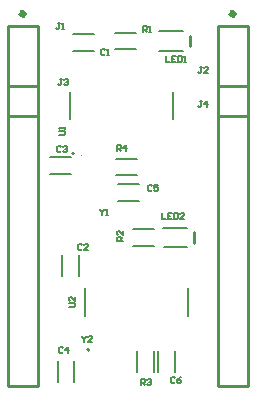
<source format=gto>
G04*
G04 #@! TF.GenerationSoftware,Altium Limited,Altium Designer,22.9.1 (49)*
G04*
G04 Layer_Color=65535*
%FSLAX44Y44*%
%MOMM*%
G71*
G04*
G04 #@! TF.SameCoordinates,E5F82799-094A-4641-A06E-9C292172CD6F*
G04*
G04*
G04 #@! TF.FilePolarity,Positive*
G04*
G01*
G75*
%ADD10C,0.2000*%
%ADD11C,0.1000*%
%ADD12C,0.5080*%
%ADD13C,0.1524*%
%ADD14C,0.1270*%
%ADD15C,0.2540*%
D10*
X73030Y35700D02*
G03*
X73030Y35700I-1000J0D01*
G01*
X60330Y202070D02*
G03*
X60330Y202070I-1000J0D01*
G01*
D11*
X66540Y200660D02*
G03*
X66540Y200660I-500J0D01*
G01*
X67379Y11049D02*
G03*
X67379Y11049I-500J0D01*
G01*
D12*
X17780Y320040D02*
G03*
X17780Y320040I-1270J0D01*
G01*
X195580D02*
G03*
X195580Y320040I-1270J0D01*
G01*
D13*
X64008Y98298D02*
Y116078D01*
X50292Y98298D02*
Y116078D01*
X58928Y289052D02*
X76708D01*
X58928Y302768D02*
X76708D01*
X131572Y16938D02*
Y34718D01*
X145288Y16938D02*
Y34718D01*
X127508Y17098D02*
Y34878D01*
X113792Y17098D02*
Y34878D01*
X109728Y123952D02*
X127508D01*
X109728Y137668D02*
X127508D01*
X97282Y162052D02*
X115062D01*
X97282Y175768D02*
X115062D01*
X39878Y198628D02*
X57658D01*
X39878Y184912D02*
X57658D01*
X132334Y288798D02*
X152400D01*
X132080Y305562D02*
X152146D01*
X94408Y290322D02*
X112188D01*
X94408Y304038D02*
X112188D01*
X135770Y139192D02*
X155836D01*
X136024Y122428D02*
X156090D01*
X46482Y8382D02*
Y26162D01*
X60198Y8382D02*
Y26162D01*
X95838Y197358D02*
X113618D01*
X95838Y183642D02*
X113618D01*
D14*
X156280Y64500D02*
Y87900D01*
X69780Y64500D02*
Y87900D01*
X143580Y230870D02*
Y254270D01*
X57080Y230870D02*
Y254270D01*
X66464Y124883D02*
X65617Y125729D01*
X63924D01*
X63078Y124883D01*
Y121497D01*
X63924Y120651D01*
X65617D01*
X66464Y121497D01*
X71542Y120651D02*
X68156D01*
X71542Y124036D01*
Y124883D01*
X70696Y125729D01*
X69003D01*
X68156Y124883D01*
X86360Y289983D02*
X85514Y290829D01*
X83821D01*
X82974Y289983D01*
Y286597D01*
X83821Y285751D01*
X85514D01*
X86360Y286597D01*
X88053Y285751D02*
X89746D01*
X88899D01*
Y290829D01*
X88053Y289983D01*
X168064Y246379D02*
X166371D01*
X167217D01*
Y242147D01*
X166371Y241301D01*
X165525D01*
X164678Y242147D01*
X172296Y241301D02*
Y246379D01*
X169756Y243840D01*
X173142D01*
X49954Y265429D02*
X48261D01*
X49107D01*
Y261197D01*
X48261Y260351D01*
X47414D01*
X46568Y261197D01*
X51646Y264583D02*
X52493Y265429D01*
X54186D01*
X55032Y264583D01*
Y263736D01*
X54186Y262890D01*
X53339D01*
X54186D01*
X55032Y262044D01*
Y261197D01*
X54186Y260351D01*
X52493D01*
X51646Y261197D01*
X168064Y275589D02*
X166371D01*
X167217D01*
Y271357D01*
X166371Y270511D01*
X165525D01*
X164678Y271357D01*
X173142Y270511D02*
X169756D01*
X173142Y273896D01*
Y274743D01*
X172296Y275589D01*
X170603D01*
X169756Y274743D01*
X48260Y312419D02*
X46567D01*
X47414D01*
Y308187D01*
X46567Y307341D01*
X45721D01*
X44874Y308187D01*
X49953Y307341D02*
X51646D01*
X50799D01*
Y312419D01*
X49953Y311573D01*
X67056Y47750D02*
Y46904D01*
X68749Y45211D01*
X70442Y46904D01*
Y47750D01*
X68749Y45211D02*
Y42672D01*
X75520D02*
X72134D01*
X75520Y46058D01*
Y46904D01*
X74674Y47750D01*
X72981D01*
X72134Y46904D01*
X81704Y154939D02*
Y154093D01*
X83397Y152400D01*
X85090Y154093D01*
Y154939D01*
X83397Y152400D02*
Y149861D01*
X86783D02*
X88476D01*
X87629D01*
Y154939D01*
X86783Y154093D01*
X55881Y71968D02*
X60113D01*
X60959Y72814D01*
Y74507D01*
X60113Y75354D01*
X55881D01*
X60959Y80432D02*
Y77046D01*
X57574Y80432D01*
X56727D01*
X55881Y79586D01*
Y77893D01*
X56727Y77046D01*
X46991Y217595D02*
X51223D01*
X52069Y218441D01*
Y220134D01*
X51223Y220980D01*
X46991D01*
X52069Y222673D02*
Y224366D01*
Y223519D01*
X46991D01*
X47837Y222673D01*
X96266Y204470D02*
Y209548D01*
X98805D01*
X99652Y208702D01*
Y207009D01*
X98805Y206163D01*
X96266D01*
X97959D02*
X99652Y204470D01*
X103883D02*
Y209548D01*
X101344Y207009D01*
X104730D01*
X116418Y6351D02*
Y11429D01*
X118957D01*
X119804Y10583D01*
Y8890D01*
X118957Y8044D01*
X116418D01*
X118111D02*
X119804Y6351D01*
X121496Y10583D02*
X122343Y11429D01*
X124036D01*
X124882Y10583D01*
Y9736D01*
X124036Y8890D01*
X123189D01*
X124036D01*
X124882Y8044D01*
Y7197D01*
X124036Y6351D01*
X122343D01*
X121496Y7197D01*
X101599Y127848D02*
X96521D01*
Y130387D01*
X97367Y131234D01*
X99060D01*
X99906Y130387D01*
Y127848D01*
Y129541D02*
X101599Y131234D01*
Y136312D02*
Y132926D01*
X98214Y136312D01*
X97367D01*
X96521Y135466D01*
Y133773D01*
X97367Y132926D01*
X118534Y304801D02*
Y309879D01*
X121074D01*
X121920Y309033D01*
Y307340D01*
X121074Y306494D01*
X118534D01*
X120227D02*
X121920Y304801D01*
X123613D02*
X125306D01*
X124459D01*
Y309879D01*
X123613Y309033D01*
X134620Y151382D02*
Y146304D01*
X138006D01*
X143084Y151382D02*
X139698D01*
Y146304D01*
X143084D01*
X139698Y148843D02*
X141391D01*
X144777Y151382D02*
Y146304D01*
X147316D01*
X148162Y147150D01*
Y150536D01*
X147316Y151382D01*
X144777D01*
X153241Y146304D02*
X149855D01*
X153241Y149690D01*
Y150536D01*
X152394Y151382D01*
X150702D01*
X149855Y150536D01*
X137586Y284479D02*
Y279401D01*
X140972D01*
X146050Y284479D02*
X142664D01*
Y279401D01*
X146050D01*
X142664Y281940D02*
X144357D01*
X147743Y284479D02*
Y279401D01*
X150282D01*
X151128Y280247D01*
Y283633D01*
X150282Y284479D01*
X147743D01*
X152821Y279401D02*
X154514D01*
X153667D01*
Y284479D01*
X152821Y283633D01*
X145204Y11853D02*
X144357Y12699D01*
X142664D01*
X141818Y11853D01*
Y8467D01*
X142664Y7621D01*
X144357D01*
X145204Y8467D01*
X150282Y12699D02*
X148589Y11853D01*
X146896Y10160D01*
Y8467D01*
X147743Y7621D01*
X149436D01*
X150282Y8467D01*
Y9314D01*
X149436Y10160D01*
X146896D01*
X126154Y174413D02*
X125307Y175259D01*
X123615D01*
X122768Y174413D01*
Y171027D01*
X123615Y170181D01*
X125307D01*
X126154Y171027D01*
X131232Y175259D02*
X127846D01*
Y172720D01*
X129539Y173566D01*
X130386D01*
X131232Y172720D01*
Y171027D01*
X130386Y170181D01*
X128693D01*
X127846Y171027D01*
X50376Y37506D02*
X49529Y38352D01*
X47836D01*
X46990Y37506D01*
Y34120D01*
X47836Y33274D01*
X49529D01*
X50376Y34120D01*
X54608Y33274D02*
Y38352D01*
X52068Y35813D01*
X55454D01*
X48684Y207433D02*
X47837Y208279D01*
X46144D01*
X45298Y207433D01*
Y204047D01*
X46144Y203201D01*
X47837D01*
X48684Y204047D01*
X50376Y207433D02*
X51223Y208279D01*
X52916D01*
X53762Y207433D01*
Y206586D01*
X52916Y205740D01*
X52069D01*
X52916D01*
X53762Y204894D01*
Y204047D01*
X52916Y203201D01*
X51223D01*
X50376Y204047D01*
D15*
X158242Y292862D02*
Y301498D01*
X3810Y309880D02*
X16510D01*
X3810Y284480D02*
Y309880D01*
X29210Y259080D02*
Y284480D01*
X3810Y259080D02*
X29210D01*
X3810D02*
Y284480D01*
X29210D02*
Y309880D01*
X16510D02*
X29210D01*
X181610D02*
X194310D01*
X181610Y284480D02*
Y309880D01*
X207010Y259080D02*
Y284480D01*
X181610Y259080D02*
X207010D01*
X181610D02*
Y284480D01*
X207010D02*
Y309880D01*
X194310D02*
X207010D01*
X181610Y233680D02*
X207010D01*
Y259080D01*
X181610Y5080D02*
Y233680D01*
Y5080D02*
X207010D01*
Y233680D01*
X181610D02*
Y259080D01*
X207010D01*
X3810Y233680D02*
X29210D01*
Y259080D01*
X3810Y5080D02*
Y233680D01*
Y5080D02*
X29210D01*
Y233680D01*
X3810D02*
Y259080D01*
X29210D01*
X161932Y126492D02*
Y135128D01*
M02*

</source>
